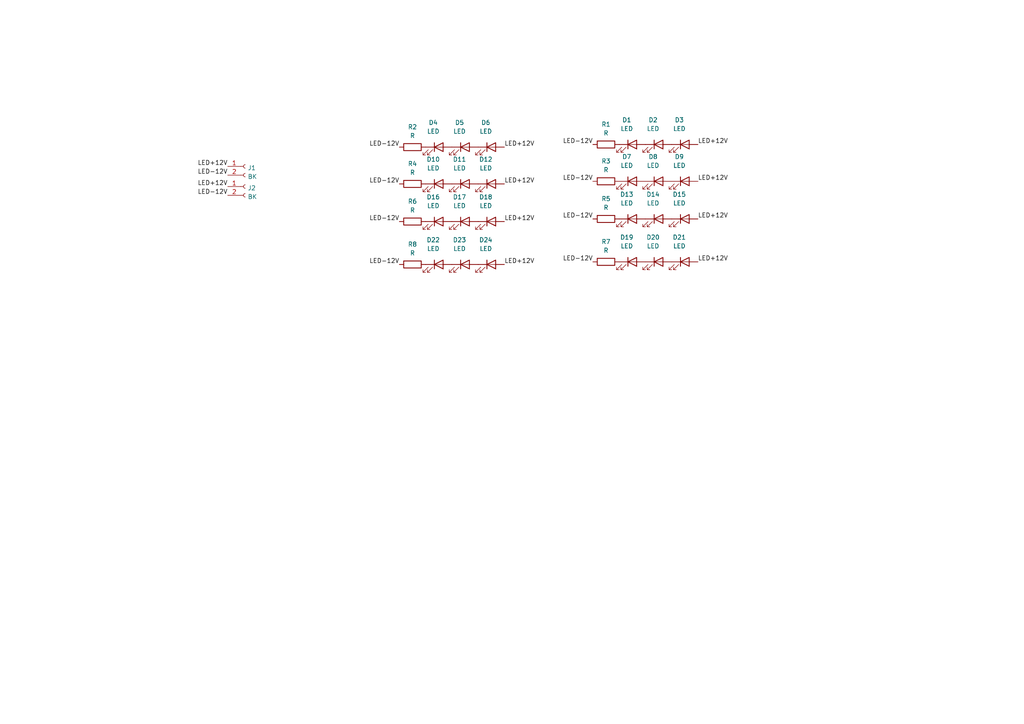
<source format=kicad_sch>
(kicad_sch (version 20211123) (generator eeschema)
  (paper "A4")
  (lib_symbols
    (symbol "Connector:Conn_01x02_Female" (pin_names (offset 1.016) hide)
      (property "Reference" "J" (at 0 2.54 0))
      (property "Value" "Conn_01x02_Female" (at 0 -5.08 0))
      (symbol "Conn_01x02_Female_1_1"
        (arc (start 0 -2.032) (mid -0.508 -2.54) (end 0 -3.048) (stroke (width 0.1524)))
        (polyline (pts (xy -1.27 -2.54) (xy -0.508 -2.54)) (stroke (width 0.1524)))
        (polyline (pts (xy -1.27 0) (xy -0.508 0)) (stroke (width 0.1524)))
        (arc (start 0 0.508) (mid -0.508 0) (end 0 -0.508) (stroke (width 0.1524)))
        (pin passive line (at -5.08 0 0) (length 3.81) (name "Pin_1") (number "1"))
        (pin passive line (at -5.08 -2.54 0) (length 3.81) (name "Pin_2") (number "2"))
      )
    )
    (symbol "Device:LED" (pin_numbers hide) (pin_names (offset 1.016) hide)
      (property "Reference" "D" (at 0 2.54 0))
      (property "Value" "LED" (at 0 -2.54 0))
      (symbol "LED_0_1"
        (polyline (pts (xy -1.27 -1.27) (xy -1.27 1.27)) (stroke (width 0.254)))
        (polyline (pts (xy -1.27 0) (xy 1.27 0)))
        (polyline (pts (xy 1.27 -1.27) (xy 1.27 1.27) (xy -1.27 0) (xy 1.27 -1.27)) (stroke (width 0.254)))
        (polyline (pts (xy -3.048 -0.762) (xy -4.572 -2.286) (xy -3.81 -2.286) (xy -4.572 -2.286) (xy -4.572 -1.524)))
        (polyline (pts (xy -1.778 -0.762) (xy -3.302 -2.286) (xy -2.54 -2.286) (xy -3.302 -2.286) (xy -3.302 -1.524)))
      )
      (symbol "LED_1_1"
        (pin passive line (at -3.81 0 0) (length 2.54) (name "K") (number "1"))
        (pin passive line (at 3.81 0 180) (length 2.54) (name "A") (number "2"))
      )
    )
    (symbol "Device:R" (pin_numbers hide) (pin_names (offset 0))
      (property "Reference" "R" (at 2.032 0 90))
      (property "Value" "R" (at 0 0 90))
      (symbol "R_0_1"
        (rectangle (start -1.016 -2.54) (end 1.016 2.54) (stroke (width 0.254)))
      )
      (symbol "R_1_1"
        (pin passive line (at 0 3.81 270) (length 1.27) (name "~") (number "1"))
        (pin passive line (at 0 -3.81 90) (length 1.27) (name "~") (number "2"))
      )
    )
  )
  (label "LED-12V" (at 171.958 63.5 180))
  (label "LED+12V" (at 202.438 75.946 0))
  (label "LED+12V" (at 146.304 42.672 0))
  (label "LED+12V" (at 66.04 54.102 180))
  (label "LED-12V" (at 115.824 42.672 180))
  (label "LED-12V" (at 171.958 52.578 180))
  (label "LED+12V" (at 202.438 63.5 0))
  (label "LED-12V" (at 66.04 50.8 180))
  (label "LED-12V" (at 171.958 75.946 180))
  (label "LED+12V" (at 66.04 48.26 180))
  (label "LED-12V" (at 115.824 53.34 180))
  (label "LED+12V" (at 146.304 64.262 0))
  (label "LED-12V" (at 115.824 64.262 180))
  (label "LED-12V" (at 115.824 76.708 180))
  (label "LED+12V" (at 146.304 53.34 0))
  (label "LED+12V" (at 146.304 76.708 0))
  (label "LED+12V" (at 202.438 52.578 0))
  (label "LED+12V" (at 202.438 41.91 0))
  (label "LED-12V" (at 66.04 56.642 180))
  (label "LED-12V" (at 171.958 41.91 180))
  (symbol (lib_id "Device:LED") (at 142.494 64.262 0) (unit 1)
    (property "Reference" "D18" (at 140.9065 57.15 0))
    (property "Value" "LED" (at 140.9065 59.69 0))
    (property "Footprint" "LED_THT:LED_D3.0mm" (effects hide))
  )
  (symbol (lib_id "Device:LED") (at 198.628 63.5 0) (unit 1)
    (property "Reference" "D15" (at 197.0405 56.388 0))
    (property "Value" "LED" (at 197.0405 58.928 0))
    (property "Footprint" "LED_THT:LED_D3.0mm" (effects hide))
  )
  (symbol (lib_id "Device:R") (at 175.768 41.91 90) (unit 1)
    (property "Reference" "R1" (at 175.768 36.068 90))
    (property "Value" "R" (at 175.768 38.608 90))
    (property "Footprint" "Resistor_THT:R_Axial_DIN0204_L3.6mm_D1.6mm_P2.54mm_Vertical" (effects hide))
  )
  (symbol (lib_id "Device:LED") (at 134.874 53.34 0) (unit 1)
    (property "Reference" "D11" (at 133.2865 46.228 0))
    (property "Value" "LED" (at 133.2865 48.768 0))
    (property "Footprint" "LED_THT:LED_D3.0mm" (effects hide))
  )
  (symbol (lib_id "Device:LED") (at 142.494 76.708 0) (unit 1)
    (property "Reference" "D24" (at 140.9065 69.596 0))
    (property "Value" "LED" (at 140.9065 72.136 0))
    (property "Footprint" "LED_THT:LED_D3.0mm" (effects hide))
  )
  (symbol (lib_id "Device:LED") (at 198.628 52.578 0) (unit 1)
    (property "Reference" "D9" (at 197.0405 45.466 0))
    (property "Value" "LED" (at 197.0405 48.006 0))
    (property "Footprint" "LED_THT:LED_D3.0mm" (effects hide))
  )
  (symbol (lib_id "Device:LED") (at 191.008 41.91 0) (unit 1)
    (property "Reference" "D2" (at 189.4205 34.798 0))
    (property "Value" "LED" (at 189.4205 37.338 0))
    (property "Footprint" "LED_THT:LED_D3.0mm" (effects hide))
  )
  (symbol (lib_id "Device:LED") (at 198.628 75.946 0) (unit 1)
    (property "Reference" "D21" (at 197.0405 68.834 0))
    (property "Value" "LED" (at 197.0405 71.374 0))
    (property "Footprint" "LED_THT:LED_D3.0mm" (effects hide))
  )
  (symbol (lib_id "Device:LED") (at 198.628 41.91 0) (unit 1)
    (property "Reference" "D3" (at 197.0405 34.798 0))
    (property "Value" "LED" (at 197.0405 37.338 0))
    (property "Footprint" "LED_THT:LED_D3.0mm" (effects hide))
  )
  (symbol (lib_id "Device:LED") (at 142.494 42.672 0) (unit 1)
    (property "Reference" "D6" (at 140.9065 35.56 0))
    (property "Value" "LED" (at 140.9065 38.1 0))
    (property "Footprint" "LED_THT:LED_D3.0mm" (effects hide))
  )
  (symbol (lib_id "Device:LED") (at 127.254 76.708 0) (unit 1)
    (property "Reference" "D22" (at 125.6665 69.596 0))
    (property "Value" "LED" (at 125.6665 72.136 0))
    (property "Footprint" "LED_THT:LED_D3.0mm" (effects hide))
  )
  (symbol (lib_id "Device:R") (at 119.634 53.34 90) (unit 1)
    (property "Reference" "R4" (at 119.634 47.498 90))
    (property "Value" "R" (at 119.634 50.038 90))
    (property "Footprint" "Resistor_THT:R_Axial_DIN0204_L3.6mm_D1.6mm_P2.54mm_Vertical" (effects hide))
  )
  (symbol (lib_id "Device:LED") (at 127.254 42.672 0) (unit 1)
    (property "Reference" "D4" (at 125.6665 35.56 0))
    (property "Value" "LED" (at 125.6665 38.1 0))
    (property "Footprint" "LED_THT:LED_D3.0mm" (effects hide))
  )
  (symbol (lib_id "Connector:Conn_01x02_Female") (at 71.12 48.26 0) (unit 1)
    (property "Reference" "J1" (at 71.8312 48.6953 0) (effects (justify left)))
    (property "Value" "BK" (at 71.8312 51.2322 0) (effects (justify left)))
    (property "Footprint" "Connector_Molex:Molex_KK-396_A-41791-0002_1x02_P3.96mm_Vertical" (effects hide))
  )
  (symbol (lib_id "Device:R") (at 119.634 76.708 90) (unit 1)
    (property "Reference" "R8" (at 119.634 70.866 90))
    (property "Value" "R" (at 119.634 73.406 90))
    (property "Footprint" "Resistor_THT:R_Axial_DIN0204_L3.6mm_D1.6mm_P2.54mm_Vertical" (effects hide))
  )
  (symbol (lib_id "Device:LED") (at 134.874 42.672 0) (unit 1)
    (property "Reference" "D5" (at 133.2865 35.56 0))
    (property "Value" "LED" (at 133.2865 38.1 0))
    (property "Footprint" "LED_THT:LED_D3.0mm" (effects hide))
  )
  (symbol (lib_id "Device:R") (at 175.768 52.578 90) (unit 1)
    (property "Reference" "R3" (at 175.768 46.736 90))
    (property "Value" "R" (at 175.768 49.276 90))
    (property "Footprint" "Resistor_THT:R_Axial_DIN0204_L3.6mm_D1.6mm_P2.54mm_Vertical" (effects hide))
  )
  (symbol (lib_id "Device:LED") (at 127.254 64.262 0) (unit 1)
    (property "Reference" "D16" (at 125.6665 57.15 0))
    (property "Value" "LED" (at 125.6665 59.69 0))
    (property "Footprint" "LED_THT:LED_D3.0mm" (effects hide))
  )
  (symbol (lib_id "Device:LED") (at 183.388 75.946 0) (unit 1)
    (property "Reference" "D19" (at 181.8005 68.834 0))
    (property "Value" "LED" (at 181.8005 71.374 0))
    (property "Footprint" "LED_THT:LED_D3.0mm" (effects hide))
  )
  (symbol (lib_id "Device:R") (at 119.634 64.262 90) (unit 1)
    (property "Reference" "R6" (at 119.634 58.42 90))
    (property "Value" "R" (at 119.634 60.96 90))
    (property "Footprint" "Resistor_THT:R_Axial_DIN0204_L3.6mm_D1.6mm_P2.54mm_Vertical" (effects hide))
  )
  (symbol (lib_id "Device:LED") (at 191.008 52.578 0) (unit 1)
    (property "Reference" "D8" (at 189.4205 45.466 0))
    (property "Value" "LED" (at 189.4205 48.006 0))
    (property "Footprint" "LED_THT:LED_D3.0mm" (effects hide))
  )
  (symbol (lib_id "Device:LED") (at 134.874 76.708 0) (unit 1)
    (property "Reference" "D23" (at 133.2865 69.596 0))
    (property "Value" "LED" (at 133.2865 72.136 0))
    (property "Footprint" "LED_THT:LED_D3.0mm" (effects hide))
  )
  (symbol (lib_id "Device:LED") (at 183.388 52.578 0) (unit 1)
    (property "Reference" "D7" (at 181.8005 45.466 0))
    (property "Value" "LED" (at 181.8005 48.006 0))
    (property "Footprint" "LED_THT:LED_D3.0mm" (effects hide))
  )
  (symbol (lib_id "Device:R") (at 175.768 75.946 90) (unit 1)
    (property "Reference" "R7" (at 175.768 70.104 90))
    (property "Value" "R" (at 175.768 72.644 90))
    (property "Footprint" "Resistor_THT:R_Axial_DIN0204_L3.6mm_D1.6mm_P2.54mm_Vertical" (effects hide))
  )
  (symbol (lib_id "Device:LED") (at 183.388 63.5 0) (unit 1)
    (property "Reference" "D13" (at 181.8005 56.388 0))
    (property "Value" "LED" (at 181.8005 58.928 0))
    (property "Footprint" "LED_THT:LED_D3.0mm" (effects hide))
  )
  (symbol (lib_id "Connector:Conn_01x02_Female") (at 71.12 54.102 0) (unit 1)
    (property "Reference" "J2" (at 71.8312 54.5373 0) (effects (justify left)))
    (property "Value" "BK" (at 71.8312 57.0742 0) (effects (justify left)))
    (property "Footprint" "Connector_Molex:Molex_KK-396_A-41791-0002_1x02_P3.96mm_Vertical" (effects hide))
  )
  (symbol (lib_id "Device:LED") (at 127.254 53.34 0) (unit 1)
    (property "Reference" "D10" (at 125.6665 46.228 0))
    (property "Value" "LED" (at 125.6665 48.768 0))
    (property "Footprint" "LED_THT:LED_D3.0mm" (effects hide))
  )
  (symbol (lib_id "Device:LED") (at 191.008 63.5 0) (unit 1)
    (property "Reference" "D14" (at 189.4205 56.388 0))
    (property "Value" "LED" (at 189.4205 58.928 0))
    (property "Footprint" "LED_THT:LED_D3.0mm" (effects hide))
  )
  (symbol (lib_id "Device:LED") (at 142.494 53.34 0) (unit 1)
    (property "Reference" "D12" (at 140.9065 46.228 0))
    (property "Value" "LED" (at 140.9065 48.768 0))
    (property "Footprint" "LED_THT:LED_D3.0mm" (effects hide))
  )
  (symbol (lib_id "Device:LED") (at 134.874 64.262 0) (unit 1)
    (property "Reference" "D17" (at 133.2865 57.15 0))
    (property "Value" "LED" (at 133.2865 59.69 0))
    (property "Footprint" "LED_THT:LED_D3.0mm" (effects hide))
  )
  (symbol (lib_id "Device:R") (at 119.634 42.672 90) (unit 1)
    (property "Reference" "R2" (at 119.634 36.83 90))
    (property "Value" "R" (at 119.634 39.37 90))
    (property "Footprint" "Resistor_THT:R_Axial_DIN0204_L3.6mm_D1.6mm_P2.54mm_Vertical" (effects hide))
  )
  (symbol (lib_id "Device:LED") (at 183.388 41.91 0) (unit 1)
    (property "Reference" "D1" (at 181.8005 34.798 0))
    (property "Value" "LED" (at 181.8005 37.338 0))
    (property "Footprint" "LED_THT:LED_D3.0mm" (effects hide))
  )
  (symbol (lib_id "Device:LED") (at 191.008 75.946 0) (unit 1)
    (property "Reference" "D20" (at 189.4205 68.834 0))
    (property "Value" "LED" (at 189.4205 71.374 0))
    (property "Footprint" "LED_THT:LED_D3.0mm" (effects hide))
  )
  (symbol (lib_id "Device:R") (at 175.768 63.5 90) (unit 1)
    (property "Reference" "R5" (at 175.768 57.658 90))
    (property "Value" "R" (at 175.768 60.198 90))
    (property "Footprint" "Resistor_THT:R_Axial_DIN0204_L3.6mm_D1.6mm_P2.54mm_Vertical" (effects hide))
  )
)
</source>
